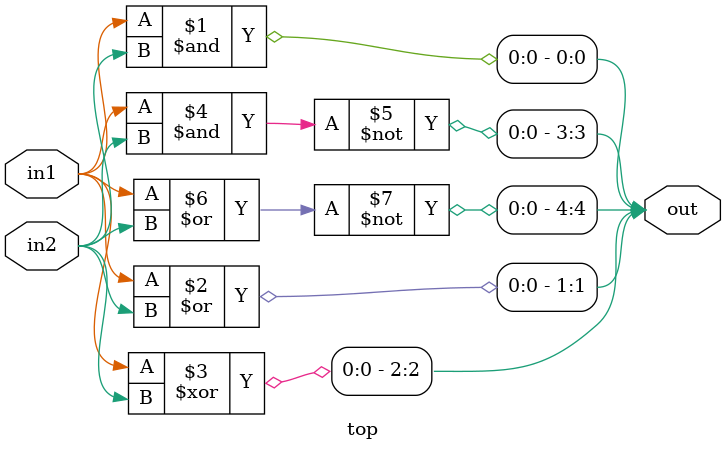
<source format=sv>
/* Copyright 2020 pitankar@gmail.com
 * 
 * Permission is hereby granted, free of charge, 
 * to any person obtaining a copy of this software
 * and associated documentation files (the "Software"),
 * to deal in the Software without restriction,
 * including without limitation the rights to use,
 * copy, modify, merge, publish, distribute, sublicense,
 * and/or sell copies of the Software, and to permit
 * persons to whom the Software is furnished to do so,
 * subject to the following conditions:
 * 
 * The above copyright notice and this permission
 * notice shall be included in all copies or
 * substantial portions of the Software.
 * 
 * THE SOFTWARE IS PROVIDED "AS IS", WITHOUT WARRANTY
 * OF ANY KIND, EXPRESS OR IMPLIED, INCLUDING BUT NOT
 * LIMITED TO THE WARRANTIES OF MERCHANTABILITY, 
 * FITNESS FOR A PARTICULAR PURPOSE AND NONINFRINGEMENT. 
 * IN NO EVENT SHALL THE AUTHORS OR COPYRIGHT HOLDERS
 * BE LIABLE FOR ANY CLAIM, DAMAGES OR OTHER LIABILITY,
 * WHETHER IN AN ACTION OF CONTRACT, TORT OR OTHERWISE,
 * ARISING FROM, OUT OF OR IN CONNECTION WITH THE SOFTWARE
 * OR THE USE OR OTHER DEALINGS IN THE SOFTWARE.
 **/

/*
 * Implements 2 bit gates on the Lattice ice40 stick
 */
module top(input logic in1, in2, output logic [4:0] out);
    assign out[0] = in1 & in2;
    assign out[1] = in1 | in2;
    assign out[2] = in1 ^ in2;
    assign out[3] = ~(in1 & in2);
    assign out[4] = ~(in1 | in2);
endmodule
</source>
